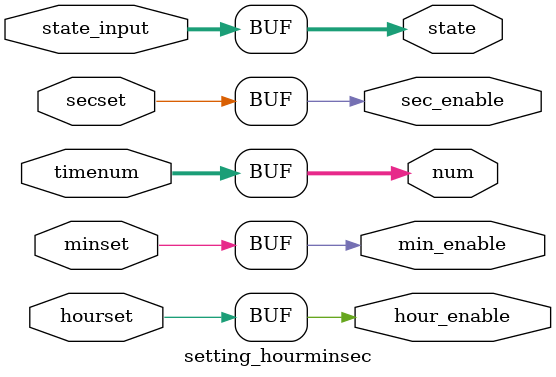
<source format=v>
`timescale 1ns / 1ps


module setting_hourminsec(
    input [1:0] state_input,      //Ñ¡ÔñÊ±ÖÓµÄ¹¤×÷×´Ì¬, 00¼ÆÊ±, 01»ò10ÉèÖÃ, 11Íê³É
    input secset, //Ñ¡ÔñÉèÖÃµÄÊÇsec
	input minset, //Ñ¡ÔñÉèÖÃµÄÊÇmin
	input hourset, //Ñ¡ÔñÉèÖÃµÄÊÇhour
    input [5:0] timenum,    //ÉèÖÃµÄÊ±¼ä
    output wire[5:0] num,       //Êä³ö¸øcounter_60sec»òcounter_60min»òcounter_24h
    output wire[1:0] state,      //Ê±ÖÓµÄ¹¤×÷×´Ì¬, 00¼ÆÊ±, 01»ò10ÉèÖÃ, 11Íê³É
    output wire sec_enable,min_enable,hour_enable
    );

//ÔÝÍ£µÄ¹¦ÄÜ£ºÖ»ÒªÊäÈëµÄstate_inputÎª01»ò10ºó£¬Ìø¹ý11Ö±½Ó»Øµ½00£¬¾Í¿ÉÒÔ²»ÉèÖÃÊ±¼ä¶ø´ïµ½ÔÝÍ£µÄ×÷ÓÃ
//ÇåÁãµÄ¹¦ÄÜÖ±½ÓÓÉ×Ü¸´Î»rst¸ºÔð

assign state = state_input;
assign num = timenum;
assign sec_enable = secset;
assign min_enable = minset;
assign hour_enable = hourset;

endmodule

</source>
